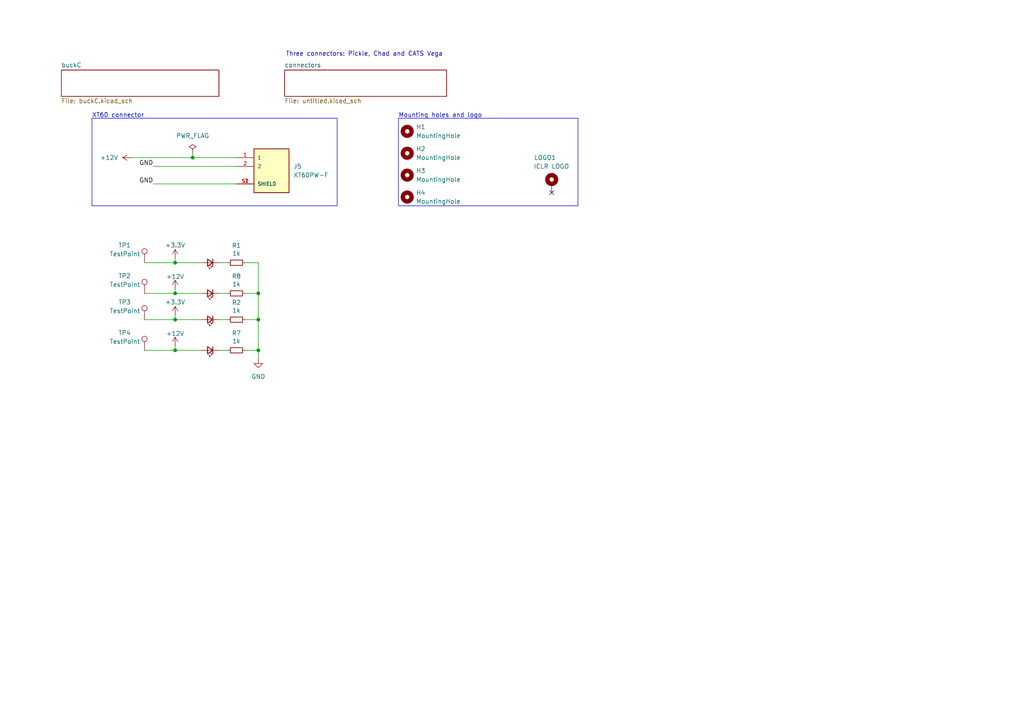
<source format=kicad_sch>
(kicad_sch (version 20231120) (generator "eeschema") (generator_version "8.0")
  (paper "A4")
  (lib_symbols
    (symbol "Connector:TestPoint" (pin_numbers hide) (pin_names (offset 0.762) hide)
      (property "Reference" "TP" (at 0 6.858 0))
      (property "Value" "TestPoint" (at 0 5.08 0))
      (symbol "TestPoint_0_1"
        (circle (center 0 3.302) (radius 0.762))
      )
      (symbol "TestPoint_1_1"
        (pin passive line (at 0 0 90) (length 2.54) (name "1") (number "1"))
      )
    )
    (symbol "Device:LED_Small" (pin_numbers hide) (pin_names (offset 0.254) hide)
      (property "Reference" "D" (at -1.27 3.175 0))
      (property "Value" "LED_Small" (at -4.445 -2.54 0))
      (symbol "LED_Small_0_1"
        (polyline (pts (xy -0.762 -1.016) (xy -0.762 1.016)) (stroke (width 0.254)))
        (polyline (pts (xy 1.016 0) (xy -0.762 0)))
        (polyline (pts (xy 0.762 -1.016) (xy -0.762 0) (xy 0.762 1.016) (xy 0.762 -1.016)) (stroke (width 0.254)))
        (polyline (pts (xy 0 0.762) (xy -0.508 1.27) (xy -0.254 1.27) (xy -0.508 1.27) (xy -0.508 1.016)))
        (polyline (pts (xy 0.508 1.27) (xy 0 1.778) (xy 0.254 1.778) (xy 0 1.778) (xy 0 1.524)))
      )
      (symbol "LED_Small_1_1"
        (pin passive line (at -2.54 0 0) (length 1.778) (name "K") (number "1"))
        (pin passive line (at 2.54 0 180) (length 1.778) (name "A") (number "2"))
      )
    )
    (symbol "Device:R_Small" (pin_numbers hide) (pin_names (offset 0.254) hide)
      (property "Reference" "R" (at 0.762 0.508 0))
      (property "Value" "R_Small" (at 0.762 -1.016 0))
      (symbol "R_Small_0_1"
        (rectangle (start -0.762 1.778) (end 0.762 -1.778) (stroke (width 0.2032)))
      )
      (symbol "R_Small_1_1"
        (pin passive line (at 0 2.54 270) (length 0.762) (name "~") (number "1"))
        (pin passive line (at 0 -2.54 90) (length 0.762) (name "~") (number "2"))
      )
    )
    (symbol "Mechanical:MountingHole" (pin_names (offset 1.016))
      (property "Reference" "H" (at 0 5.08 0))
      (property "Value" "MountingHole" (at 0 3.175 0))
      (symbol "MountingHole_0_1"
        (circle (center 0 0) (radius 1.27) (stroke (width 1.27)))
      )
    )
    (symbol "Mechanical:MountingHole_Pad" (pin_numbers hide) (pin_names (offset 1.016) hide)
      (property "Reference" "H" (at 0 6.35 0))
      (property "Value" "MountingHole_Pad" (at 0 4.445 0))
      (symbol "MountingHole_Pad_0_1"
        (circle (center 0 1.27) (radius 1.27) (stroke (width 1.27)))
      )
      (symbol "MountingHole_Pad_1_1"
        (pin input line (at 0 -2.54 90) (length 2.54) (name "1") (number "1"))
      )
    )
    (symbol "iclr:XT60PW-F" (pin_names (offset 1.016))
      (property "Reference" "J" (at -5.08 6.35 0))
      (property "Value" "XT60PW-F" (at -5.08 -8.89 0))
      (symbol "XT60PW-F_0_0"
        (rectangle (start -5.08 -7.62) (end 5.08 5.08) (stroke (width 0.254)) (fill (type background)))
        (pin passive line (at -10.16 2.54 0) (length 5.08) (name "1") (number "1"))
        (pin passive line (at -10.16 0 0) (length 5.08) (name "2") (number "2"))
        (pin passive line (at -10.16 -5.08 0) (length 5.08) (name "SHIELD") (number "S1"))
        (pin passive line (at -10.16 -5.08 0) (length 5.08) (name "SHIELD") (number "S2"))
      )
    )
    (symbol "power:+12V" (power) (pin_names (offset 0))
      (property "Value" "+12V" (at 0 3.556 0))
      (symbol "+12V_0_1"
        (polyline (pts (xy -0.762 1.27) (xy 0 2.54)))
        (polyline (pts (xy 0 0) (xy 0 2.54)))
        (polyline (pts (xy 0 2.54) (xy 0.762 1.27)))
      )
      (symbol "+12V_1_1"
        (pin power_in line (at 0 0 90) (length 0) hide (name "+12V") (number "1"))
      )
    )
    (symbol "power:GND" (power) (pin_numbers hide) (pin_names (offset 0) hide)
      (property "Value" "GND" (at 0 -3.81 0))
      (symbol "GND_0_1"
        (polyline (pts (xy 0 0) (xy 0 -1.27) (xy 1.27 -1.27) (xy 0 -2.54) (xy -1.27 -1.27) (xy 0 -1.27)))
      )
      (symbol "GND_1_1"
        (pin power_in line (at 0 0 270) (length 0) (name "~") (number "1"))
      )
    )
    (symbol "power:PWR_FLAG" (power) (pin_numbers hide) (pin_names (offset 0) hide)
      (property "Value" "PWR_FLAG" (at 0 3.81 0))
      (symbol "PWR_FLAG_0_0"
        (pin power_out line (at 0 0 90) (length 0) (name "pwr") (number "1"))
      )
      (symbol "PWR_FLAG_0_1"
        (polyline (pts (xy 0 0) (xy 0 1.27) (xy -1.016 1.905) (xy 0 2.54) (xy 1.016 1.905) (xy 0 1.27)))
      )
    )
  )
  (junction (at 74.93 101.6))
  (junction (at 74.93 85.09))
  (junction (at 50.8 85.09))
  (junction (at 50.8 92.71))
  (junction (at 50.8 76.2))
  (junction (at 74.93 92.71))
  (junction (at 55.88 45.72))
  (junction (at 50.8 101.6))
  (no_connect (at 160.02 55.88))
  (wire (pts (xy 74.93 85.09) (xy 74.93 92.71)))
  (wire (pts (xy 41.91 92.71) (xy 50.8 92.71)))
  (wire (pts (xy 38.1 45.72) (xy 55.88 45.72)))
  (wire (pts (xy 71.12 92.71) (xy 74.93 92.71)))
  (wire (pts (xy 50.8 101.6) (xy 58.42 101.6)))
  (wire (pts (xy 50.8 76.2) (xy 58.42 76.2)))
  (wire (pts (xy 74.93 101.6) (xy 74.93 92.71)))
  (wire (pts (xy 55.88 45.72) (xy 55.88 44.45)))
  (wire (pts (xy 71.12 76.2) (xy 74.93 76.2)))
  (wire (pts (xy 41.91 76.2) (xy 50.8 76.2)))
  (wire (pts (xy 50.8 85.09) (xy 58.42 85.09)))
  (wire (pts (xy 74.93 76.2) (xy 74.93 85.09)))
  (wire (pts (xy 71.12 101.6) (xy 74.93 101.6)))
  (wire (pts (xy 74.93 104.14) (xy 74.93 101.6)))
  (wire (pts (xy 41.91 101.6) (xy 50.8 101.6)))
  (wire (pts (xy 44.45 53.34) (xy 68.58 53.34)))
  (wire (pts (xy 50.8 74.93) (xy 50.8 76.2)))
  (wire (pts (xy 50.8 91.44) (xy 50.8 92.71)))
  (wire (pts (xy 50.8 83.82) (xy 50.8 85.09)))
  (wire (pts (xy 41.91 85.09) (xy 50.8 85.09)))
  (wire (pts (xy 55.88 45.72) (xy 68.58 45.72)))
  (wire (pts (xy 44.45 48.26) (xy 68.58 48.26)))
  (wire (pts (xy 63.5 85.09) (xy 66.04 85.09)))
  (wire (pts (xy 50.8 100.33) (xy 50.8 101.6)))
  (wire (pts (xy 74.93 85.09) (xy 71.12 85.09)))
  (wire (pts (xy 50.8 92.71) (xy 58.42 92.71)))
  (wire (pts (xy 63.5 92.71) (xy 66.04 92.71)))
  (wire (pts (xy 63.5 101.6) (xy 66.04 101.6)))
  (wire (pts (xy 63.5 76.2) (xy 66.04 76.2)))
  (rectangle (start 26.67 34.29) (end 97.79 59.69))
  (rectangle (start 115.57 34.29) (end 167.64 59.69))
  (text "XT60 connector\n" (at 26.67 34.29 0) (effects (font (size 1.27 1.27)) (justify left bottom)))
  (text "Mounting holes and logo\n" (at 115.57 34.29 0) (effects (font (size 1.27 1.27)) (justify left bottom)))
  (text "Three connectors: Pickle, Chad and CATS Vega\n" (at 105.664 15.748 0) (effects (font (size 1.27 1.27))))
  (label "GND" (at 44.45 53.34 180))
  (label "GND" (at 44.45 48.26 180))
  (symbol (lib_id "Connector:TestPoint") (at 41.91 92.71 0) (unit 1)
    (property "Reference" "TP3" (at 34.29 87.63 0) (effects (justify left)))
    (property "Value" "TestPoint" (at 31.75 90.17 0) (effects (justify left)))
    (property "Footprint" "TestPoint:TestPoint_Pad_D1.0mm" (effects (hide yes)))
  )
  (symbol (lib_id "iclr:XT60PW-F") (at 78.74 48.26 0) (unit 1)
    (property "Reference" "J5" (at 85.09 48.26 0) (effects (justify left)))
    (property "Value" "XT60PW-F" (at 85.09 50.8 0) (effects (justify left)))
    (property "Footprint" "iclr:AMASS_XT60PW-F" (effects (hide yes)))
    (property "PARTREV" "V1.2" (effects (hide yes)))
    (property "STANDARD" "Manufacturer Recommendations" (effects (hide yes)))
    (property "MAXIMUM_PACKAGE_HEIGHT" "8.4 mm" (effects (hide yes)))
    (property "MANUFACTURER" "AMASS" (effects (hide yes)))
  )
  (symbol (lib_id "Device:R_Small") (at 68.58 76.2 270) (unit 1)
    (property "Reference" "R1" (at 68.58 71.2216 90))
    (property "Value" "1k" (at 68.58 73.533 90))
    (property "Footprint" "Resistor_SMD:R_0402_1005Metric" (effects (hide yes)))
  )
  (symbol (lib_id "power:+12V") (at 50.8 74.93 0) (unit 1)
    (property "Reference" "#PWR05" (effects (hide yes)))
    (property "Value" "+3.3V" (at 50.8 71.12 0))
  )
  (symbol (lib_id "power:+12V") (at 38.1 45.72 90) (unit 1)
    (property "Reference" "#PWR01" (effects (hide yes)))
    (property "Value" "+12V" (at 34.29 45.72 90) (effects (justify left)))
  )
  (symbol (lib_id "power:+12V") (at 50.8 91.44 0) (unit 1)
    (property "Reference" "#PWR02" (effects (hide yes)))
    (property "Value" "+3.3V" (at 50.8 87.63 0))
  )
  (symbol (lib_id "Mechanical:MountingHole_Pad") (at 160.02 53.34 0) (unit 1)
    (property "Reference" "LOGO1" (at 161.29 45.72 0) (effects (justify right)))
    (property "Value" "ICLR LOGO" (at 165.1 48.26 0) (effects (justify right)))
    (property "Footprint" "iclr:iclr_logo_estd2018_10mm" (effects (hide yes)))
  )
  (symbol (lib_id "power:+12V") (at 50.8 83.82 0) (unit 1)
    (property "Reference" "#PWR06" (effects (hide yes)))
    (property "Value" "+12V" (at 50.8 80.2442 0))
  )
  (symbol (lib_id "Device:R_Small") (at 68.58 92.71 270) (unit 1)
    (property "Reference" "R2" (at 68.58 87.7316 90))
    (property "Value" "1k" (at 68.58 90.043 90))
    (property "Footprint" "Resistor_SMD:R_0402_1005Metric" (effects (hide yes)))
  )
  (symbol (lib_id "Mechanical:MountingHole") (at 118.11 44.45 0) (unit 1)
    (property "Reference" "H2" (at 120.65 43.18 0) (effects (justify left)))
    (property "Value" "MountingHole" (at 120.65 45.72 0) (effects (justify left)))
    (property "Footprint" "MountingHole:MountingHole_3.2mm_M3" (effects (hide yes)))
  )
  (symbol (lib_id "power:PWR_FLAG") (at 55.88 44.45 0) (unit 1)
    (property "Reference" "#FLG01" (effects (hide yes)))
    (property "Value" "PWR_FLAG" (at 55.88 39.37 0))
  )
  (symbol (lib_id "Mechanical:MountingHole") (at 118.11 57.15 0) (unit 1)
    (property "Reference" "H4" (at 120.65 55.88 0) (effects (justify left)))
    (property "Value" "MountingHole" (at 120.65 58.42 0) (effects (justify left)))
    (property "Footprint" "MountingHole:MountingHole_3.2mm_M3" (effects (hide yes)))
  )
  (symbol (lib_id "Device:LED_Small") (at 60.96 85.09 180) (unit 1)
    (property "Reference" "12VLED1" (effects (hide yes)))
    (property "Value" "12VLED" (effects (hide yes)))
    (property "Footprint" "LED_SMD:LED_0402_1005Metric" (effects (hide yes)))
  )
  (symbol (lib_id "Device:R_Small") (at 68.58 85.09 270) (unit 1)
    (property "Reference" "R8" (at 68.58 80.1116 90))
    (property "Value" "1k" (at 68.58 82.423 90))
    (property "Footprint" "Resistor_SMD:R_0402_1005Metric" (effects (hide yes)))
  )
  (symbol (lib_id "Device:R_Small") (at 68.58 101.6 270) (unit 1)
    (property "Reference" "R7" (at 68.58 96.6216 90))
    (property "Value" "1k" (at 68.58 98.933 90))
    (property "Footprint" "Resistor_SMD:R_0402_1005Metric" (effects (hide yes)))
  )
  (symbol (lib_id "Device:LED_Small") (at 60.96 92.71 180) (unit 1)
    (property "Reference" "3.3VLED2" (effects (hide yes)))
    (property "Value" "3.3VLED" (effects (hide yes)))
    (property "Footprint" "LED_SMD:LED_0402_1005Metric" (effects (hide yes)))
  )
  (symbol (lib_id "Mechanical:MountingHole") (at 118.11 50.8 0) (unit 1)
    (property "Reference" "H3" (at 120.65 49.53 0) (effects (justify left)))
    (property "Value" "MountingHole" (at 120.65 52.07 0) (effects (justify left)))
    (property "Footprint" "MountingHole:MountingHole_3.2mm_M3" (effects (hide yes)))
  )
  (symbol (lib_id "Mechanical:MountingHole") (at 118.11 38.1 0) (unit 1)
    (property "Reference" "H1" (at 120.65 36.83 0) (effects (justify left)))
    (property "Value" "MountingHole" (at 120.65 39.37 0) (effects (justify left)))
    (property "Footprint" "MountingHole:MountingHole_3.2mm_M3" (effects (hide yes)))
  )
  (symbol (lib_id "Device:LED_Small") (at 60.96 101.6 180) (unit 1)
    (property "Reference" "12VLED2" (effects (hide yes)))
    (property "Value" "12VLED" (effects (hide yes)))
    (property "Footprint" "LED_SMD:LED_0402_1005Metric" (effects (hide yes)))
  )
  (symbol (lib_id "Connector:TestPoint") (at 41.91 85.09 0) (unit 1)
    (property "Reference" "TP2" (at 34.29 80.01 0) (effects (justify left)))
    (property "Value" "TestPoint" (at 31.75 82.55 0) (effects (justify left)))
    (property "Footprint" "TestPoint:TestPoint_Pad_D1.0mm" (effects (hide yes)))
  )
  (symbol (lib_id "Device:LED_Small") (at 60.96 76.2 180) (unit 1)
    (property "Reference" "3.3VLED1" (effects (hide yes)))
    (property "Value" "3.3VLED" (effects (hide yes)))
    (property "Footprint" "LED_SMD:LED_0402_1005Metric" (effects (hide yes)))
  )
  (symbol (lib_id "power:+12V") (at 50.8 100.33 0) (unit 1)
    (property "Reference" "#PWR07" (effects (hide yes)))
    (property "Value" "+12V" (at 50.8 96.7542 0))
  )
  (symbol (lib_id "Connector:TestPoint") (at 41.91 76.2 0) (unit 1)
    (property "Reference" "TP1" (at 34.29 71.12 0) (effects (justify left)))
    (property "Value" "TestPoint" (at 31.75 73.66 0) (effects (justify left)))
    (property "Footprint" "TestPoint:TestPoint_Pad_D1.0mm" (effects (hide yes)))
  )
  (symbol (lib_id "Connector:TestPoint") (at 41.91 101.6 0) (unit 1)
    (property "Reference" "TP4" (at 34.29 96.52 0) (effects (justify left)))
    (property "Value" "TestPoint" (at 31.75 99.06 0) (effects (justify left)))
    (property "Footprint" "TestPoint:TestPoint_Pad_D1.0mm" (effects (hide yes)))
  )
  (symbol (lib_id "power:GND") (at 74.93 104.14 0) (unit 1)
    (property "Reference" "#PWR08" (effects (hide yes)))
    (property "Value" "GND" (at 74.93 109.22 0))
    (property "Description" "Power symbol creates a global label with name \"GND\" , ground" (effects (hide yes)))
  )
  (sheet (at 17.78 20.32) (size 45.72 7.62) (stroke (width 0.1524))
    (property "Sheetname" "buckC" (at 17.78 19.6084 0) (effects (justify left bottom)))
    (property "Sheetfile" "buckC.kicad_sch" (at 17.78 28.5246 0) (effects (justify left top)))
  )
  (sheet (at 82.55 20.32) (size 46.99 7.62) (stroke (width 0.1524))
    (property "Sheetname" "connectors" (at 82.55 19.6084 0) (effects (justify left bottom)))
    (property "Sheetfile" "untitled.kicad_sch" (at 82.55 28.5246 0) (effects (justify left top)))
  )
)
</source>
